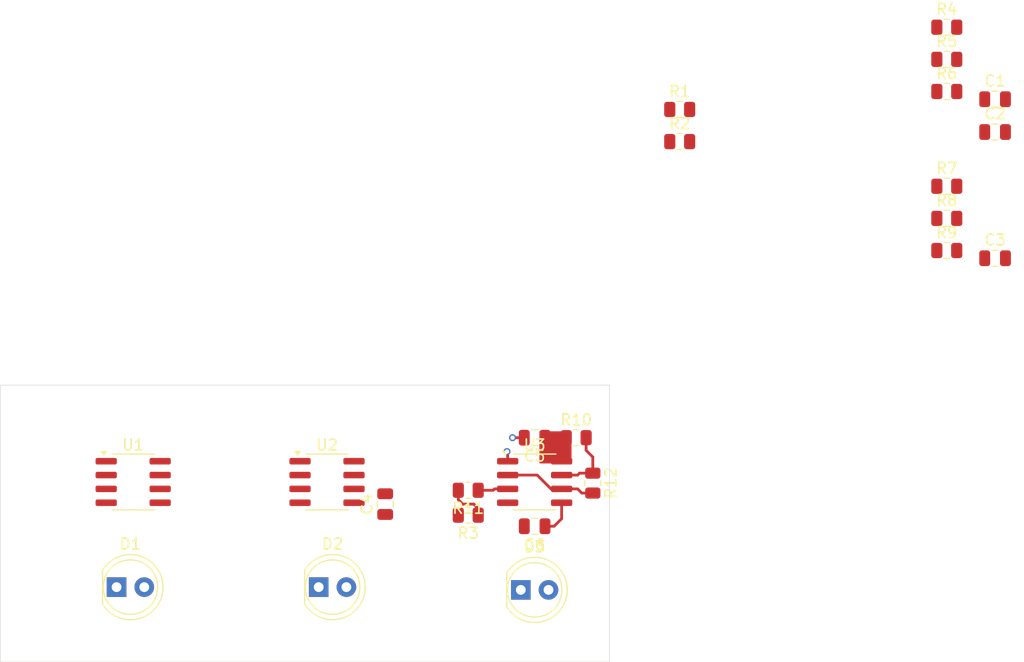
<source format=kicad_pcb>
(kicad_pcb (version 20240108) (generator "pcbnew") (generator_version "8.0")
  (title_block (title "Astable 555") (date "2024-10-23") (rev "1.0") (company "ArVi") (comment 1 "Designed By"))
  (layers (0 "F.Cu" mixed) (1 "In1.Cu" signal) (2 "In2.Cu" signal) (31 "B.Cu" mixed) (34 "B.Paste" user) (35 "F.Paste" user) (36 "B.SilkS" user "B.Silkscreen") (37 "F.SilkS" user "F.Silkscreen") (38 "B.Mask" user) (39 "F.Mask" user) (44 "Edge.Cuts" user))
  (net 0 "")
  (net 1 "+5V")
  (net 2 "GND")
  (net 3 "Net-(U1-CV)")
  (net 4 "Net-(U2-CV)")
  (net 5 "Net-(U3-CV)")
  (net 6 "Net-(D1-K)")
  (net 7 "Net-(D2-K)")
  (net 8 "Net-(D3-K)")
  (net 9 "/Channel 1/OUT1")
  (net 10 "/Channel 2/OUT2")
  (net 11 "/Channel 3/OUT3")
  (net 12 "Net-(U1-DIS)")
  (net 13 "Net-(U1-Q)")
  (net 14 "Net-(U1-THR)")
  (net 15 "Net-(U2-DIS)")
  (net 16 "Net-(U2-Q)")
  (net 17 "Net-(U2-THR)")
  (net 18 "Net-(U3-DIS)")
  (net 19 "Net-(U3-Q)")
  (net 20 "Net-(U3-THR)")
  (footprint "Resistor_SMD:R_0805_2012Metric" (layer "F.Cu") (at 225.547 106.426)
    (property "Reference" "R10" (at 0 -1.65 0) (layer "F.SilkS"))
    (property "Value" "10K")
    (fp_line (start -0.227064 -0.735) (end 0.227064 -0.735) (stroke (width 0.12)) (layer "F.SilkS"))
    (fp_line (start -0.227064 0.735) (end 0.227064 0.735) (stroke (width 0.12)) (layer "F.SilkS"))
    (pad "1" smd roundrect (at -0.9125 0) (size 1.025 1.4) (layers "F.Cu" "F.Paste" "F.Mask") (roundrect_rratio 0.243902) (net 1 "+5V"))
    (pad "2" smd roundrect (at 0.9125 0) (size 1.025 1.4) (layers "F.Cu" "F.Paste" "F.Mask") (roundrect_rratio 0.243902) (net 18 "Net-(U3-DIS)"))
  )
  (footprint "Resistor_SMD:R_0805_2012Metric" (layer "F.Cu") (at 235.042 79.244)
    (property "Reference" "R2" (at 0 -1.65 0) (layer "F.SilkS"))
    (property "Value" "10R")
    (fp_line (start -0.227064 -0.735) (end 0.227064 -0.735) (stroke (width 0.12)) (layer "F.SilkS"))
    (fp_line (start -0.227064 0.735) (end 0.227064 0.735) (stroke (width 0.12)) (layer "F.SilkS"))
    (pad "1" smd roundrect (at -0.9125 0) (size 1.025 1.4) (layers "F.Cu" "F.Paste" "F.Mask") (roundrect_rratio 0.243902) (net 10 "/Channel 2/OUT2"))
    (pad "2" smd roundrect (at 0.9125 0) (size 1.025 1.4) (layers "F.Cu" "F.Paste" "F.Mask") (roundrect_rratio 0.243902) (net 7 "Net-(D2-K)"))
  )
  (footprint "Resistor_SMD:R_0805_2012Metric" (layer "F.Cu") (at 259.542 89.244)
    (property "Reference" "R9" (at 0 -1.65 0) (layer "F.SilkS"))
    (property "Value" "1K")
    (fp_line (start -0.227064 -0.735) (end 0.227064 -0.735) (stroke (width 0.12)) (layer "F.SilkS"))
    (fp_line (start -0.227064 0.735) (end 0.227064 0.735) (stroke (width 0.12)) (layer "F.SilkS"))
    (pad "1" smd roundrect (at -0.9125 0) (size 1.025 1.4) (layers "F.Cu" "F.Paste" "F.Mask") (roundrect_rratio 0.243902) (net 15 "Net-(U2-DIS)"))
    (pad "2" smd roundrect (at 0.9125 0) (size 1.025 1.4) (layers "F.Cu" "F.Paste" "F.Mask") (roundrect_rratio 0.243902) (net 17 "Net-(U2-THR)"))
  )
  (footprint "LED_THT:LED_D5.0mm_IRGrey" (layer "F.Cu") (at 183.388 120.142)
    (property "Reference" "D1" (at 1.27 -3.96 0) (layer "F.SilkS"))
    (property "Value" "CQY99")
    (fp_line (start -1.29 -1.545) (end -1.29 1.545) (stroke (width 0.12)) (layer "F.SilkS"))
    (fp_arc (start -1.29 -1.54483) (mid 2.072002 -2.880433) (end 4.26 0.000462) (stroke (width 0.12)) (layer "F.SilkS"))
    (fp_arc (start 4.26 -0.000462) (mid 2.072002 2.880433) (end -1.29 1.54483) (stroke (width 0.12)) (layer "F.SilkS"))
    (fp_circle (center 1.27 0) (end 3.77 0) (stroke (width 0.12)) (fill none) (layer "F.SilkS"))
    (pad "1" thru_hole rect (at 0 0) (size 1.8 1.8) (drill 0.9) (layers "*.Cu" "*.Mask") (net 6 "Net-(D1-K)"))
    (pad "2" thru_hole circle (at 2.54 0) (size 1.8 1.8) (drill 0.9) (layers "*.Cu" "*.Mask") (net 1 "+5V"))
  )
  (footprint "Resistor_SMD:R_0805_2012Metric" (layer "F.Cu") (at 259.542 68.744)
    (property "Reference" "R4" (at 0 -1.65 0) (layer "F.SilkS"))
    (property "Value" "10K")
    (fp_line (start -0.227064 -0.735) (end 0.227064 -0.735) (stroke (width 0.12)) (layer "F.SilkS"))
    (fp_line (start -0.227064 0.735) (end 0.227064 0.735) (stroke (width 0.12)) (layer "F.SilkS"))
    (pad "1" smd roundrect (at -0.9125 0) (size 1.025 1.4) (layers "F.Cu" "F.Paste" "F.Mask") (roundrect_rratio 0.243902) (net 1 "+5V"))
    (pad "2" smd roundrect (at 0.9125 0) (size 1.025 1.4) (layers "F.Cu" "F.Paste" "F.Mask") (roundrect_rratio 0.243902) (net 12 "Net-(U1-DIS)"))
  )
  (footprint "Resistor_SMD:R_0805_2012Metric" (layer "F.Cu") (at 259.542 74.644)
    (property "Reference" "R6" (at 0 -1.65 0) (layer "F.SilkS"))
    (property "Value" "1K")
    (fp_line (start -0.227064 -0.735) (end 0.227064 -0.735) (stroke (width 0.12)) (layer "F.SilkS"))
    (fp_line (start -0.227064 0.735) (end 0.227064 0.735) (stroke (width 0.12)) (layer "F.SilkS"))
    (pad "1" smd roundrect (at -0.9125 0) (size 1.025 1.4) (layers "F.Cu" "F.Paste" "F.Mask") (roundrect_rratio 0.243902) (net 12 "Net-(U1-DIS)"))
    (pad "2" smd roundrect (at 0.9125 0) (size 1.025 1.4) (layers "F.Cu" "F.Paste" "F.Mask") (roundrect_rratio 0.243902) (net 14 "Net-(U1-THR)"))
  )
  (footprint "LED_THT:LED_D5.0mm_IRGrey" (layer "F.Cu") (at 220.467 120.396)
    (property "Reference" "D3" (at 1.27 -3.96 0) (layer "F.SilkS"))
    (property "Value" "CQY99")
    (fp_line (start -1.29 -1.545) (end -1.29 1.545) (stroke (width 0.12)) (layer "F.SilkS"))
    (fp_arc (start -1.29 -1.54483) (mid 2.072002 -2.880433) (end 4.26 0.000462) (stroke (width 0.12)) (layer "F.SilkS"))
    (fp_arc (start 4.26 -0.000462) (mid 2.072002 2.880433) (end -1.29 1.54483) (stroke (width 0.12)) (layer "F.SilkS"))
    (fp_circle (center 1.27 0) (end 3.77 0) (stroke (width 0.12)) (fill none) (layer "F.SilkS"))
    (pad "1" thru_hole rect (at 0 0) (size 1.8 1.8) (drill 0.9) (layers "*.Cu" "*.Mask") (net 8 "Net-(D3-K)"))
    (pad "2" thru_hole circle (at 2.54 0) (size 1.8 1.8) (drill 0.9) (layers "*.Cu" "*.Mask") (net 1 "+5V"))
  )
  (footprint "Package_SO:SOIC-8_3.9x4.9mm_P1.27mm" (layer "F.Cu") (at 221.737 110.49)
    (property "Reference" "U3" (at 0 -3.4 0) (layer "F.SilkS"))
    (property "Value" "NE555D")
    (fp_line (start 0 -2.56) (end -1.95 -2.56) (stroke (width 0.12)) (layer "F.SilkS"))
    (fp_line (start 0 -2.56) (end 1.95 -2.56) (stroke (width 0.12)) (layer "F.SilkS"))
    (fp_line (start 0 2.56) (end -1.95 2.56) (stroke (width 0.12)) (layer "F.SilkS"))
    (fp_line (start 0 2.56) (end 1.95 2.56) (stroke (width 0.12)) (layer "F.SilkS"))
    (fp_poly (pts (xy -2.7 -2.465) (xy -2.94 -2.795) (xy -2.46 -2.795) (xy -2.7 -2.465)) (stroke (width 0.12)) (fill solid) (layer "F.SilkS"))
    (pad "1" smd roundrect (at -2.475 -1.905) (size 1.95 0.6) (layers "F.Cu" "F.Paste" "F.Mask") (net 2 "GND"))
    (pad "2" smd roundrect (at -2.475 -0.635) (size 1.95 0.6) (layers "F.Cu" "F.Paste" "F.Mask") (net 20 "Net-(U3-THR)"))
    (pad "3" smd roundrect (at -2.475 0.635) (size 1.95 0.6) (layers "F.Cu" "F.Paste" "F.Mask") (net 19 "Net-(U3-Q)"))
    (pad "4" smd roundrect (at -2.475 1.905) (size 1.95 0.6) (layers "F.Cu" "F.Paste" "F.Mask") (net 1 "+5V"))
    (pad "5" smd roundrect (at 2.475 1.905) (size 1.95 0.6) (layers "F.Cu" "F.Paste" "F.Mask") (net 5 "Net-(U3-CV)"))
    (pad "6" smd roundrect (at 2.475 0.635) (size 1.95 0.6) (layers "F.Cu" "F.Paste" "F.Mask") (net 20 "Net-(U3-THR)"))
    (pad "7" smd roundrect (at 2.475 -0.635) (size 1.95 0.6) (layers "F.Cu" "F.Paste" "F.Mask") (net 18 "Net-(U3-DIS)"))
    (pad "8" smd roundrect (at 2.475 -1.905) (size 1.95 0.6) (layers "F.Cu" "F.Paste" "F.Mask") (net 1 "+5V"))
  )
  (footprint "Package_SO:SOIC-8_3.9x4.9mm_P1.27mm" (layer "F.Cu") (at 202.692 110.49)
    (property "Reference" "U2" (at 0 -3.4 0) (layer "F.SilkS"))
    (property "Value" "NE555D")
    (fp_line (start 0 -2.56) (end -1.95 -2.56) (stroke (width 0.12)) (layer "F.SilkS"))
    (fp_line (start 0 -2.56) (end 1.95 -2.56) (stroke (width 0.12)) (layer "F.SilkS"))
    (fp_line (start 0 2.56) (end -1.95 2.56) (stroke (width 0.12)) (layer "F.SilkS"))
    (fp_line (start 0 2.56) (end 1.95 2.56) (stroke (width 0.12)) (layer "F.SilkS"))
    (fp_poly (pts (xy -2.7 -2.465) (xy -2.94 -2.795) (xy -2.46 -2.795) (xy -2.7 -2.465)) (stroke (width 0.12)) (fill solid) (layer "F.SilkS"))
    (pad "1" smd roundrect (at -2.475 -1.905) (size 1.95 0.6) (layers "F.Cu" "F.Paste" "F.Mask") (net 2 "GND"))
    (pad "2" smd roundrect (at -2.475 -0.635) (size 1.95 0.6) (layers "F.Cu" "F.Paste" "F.Mask") (net 17 "Net-(U2-THR)"))
    (pad "3" smd roundrect (at -2.475 0.635) (size 1.95 0.6) (layers "F.Cu" "F.Paste" "F.Mask") (net 16 "Net-(U2-Q)"))
    (pad "4" smd roundrect (at -2.475 1.905) (size 1.95 0.6) (layers "F.Cu" "F.Paste" "F.Mask") (net 1 "+5V"))
    (pad "5" smd roundrect (at 2.475 1.905) (size 1.95 0.6) (layers "F.Cu" "F.Paste" "F.Mask") (net 4 "Net-(U2-CV)"))
    (pad "6" smd roundrect (at 2.475 0.635) (size 1.95 0.6) (layers "F.Cu" "F.Paste" "F.Mask") (net 17 "Net-(U2-THR)"))
    (pad "7" smd roundrect (at 2.475 -0.635) (size 1.95 0.6) (layers "F.Cu" "F.Paste" "F.Mask") (net 15 "Net-(U2-DIS)"))
    (pad "8" smd roundrect (at 2.475 -1.905) (size 1.95 0.6) (layers "F.Cu" "F.Paste" "F.Mask") (net 1 "+5V"))
  )
  (footprint "Capacitor_SMD:C_0805_2012Metric" (layer "F.Cu") (at 263.972 75.354)
    (property "Reference" "C1" (at 0 -1.68 0) (layer "F.SilkS"))
    (property "Value" "0.1uF")
    (fp_line (start -0.261252 -0.735) (end 0.261252 -0.735) (stroke (width 0.12)) (layer "F.SilkS"))
    (fp_line (start -0.261252 0.735) (end 0.261252 0.735) (stroke (width 0.12)) (layer "F.SilkS"))
    (pad "1" smd roundrect (at -0.95 0) (size 1 1.45) (layers "F.Cu" "F.Paste" "F.Mask") (net 1 "+5V"))
    (pad "2" smd roundrect (at 0.95 0) (size 1 1.45) (layers "F.Cu" "F.Paste" "F.Mask") (net 2 "GND"))
  )
  (footprint "Package_SO:SOIC-8_3.9x4.9mm_P1.27mm" (layer "F.Cu") (at 184.912 110.49)
    (property "Reference" "U1" (at 0 -3.4 0) (layer "F.SilkS"))
    (property "Value" "NE555D")
    (fp_line (start 0 -2.56) (end -1.95 -2.56) (stroke (width 0.12)) (layer "F.SilkS"))
    (fp_line (start 0 -2.56) (end 1.95 -2.56) (stroke (width 0.12)) (layer "F.SilkS"))
    (fp_line (start 0 2.56) (end -1.95 2.56) (stroke (width 0.12)) (layer "F.SilkS"))
    (fp_line (start 0 2.56) (end 1.95 2.56) (stroke (width 0.12)) (layer "F.SilkS"))
    (fp_poly (pts (xy -2.7 -2.465) (xy -2.94 -2.795) (xy -2.46 -2.795) (xy -2.7 -2.465)) (stroke (width 0.12)) (fill solid) (layer "F.SilkS"))
    (pad "1" smd roundrect (at -2.475 -1.905) (size 1.95 0.6) (layers "F.Cu" "F.Paste" "F.Mask") (net 2 "GND"))
    (pad "2" smd roundrect (at -2.475 -0.635) (size 1.95 0.6) (layers "F.Cu" "F.Paste" "F.Mask") (net 14 "Net-(U1-THR)"))
    (pad "3" smd roundrect (at -2.475 0.635) (size 1.95 0.6) (layers "F.Cu" "F.Paste" "F.Mask") (net 13 "Net-(U1-Q)"))
    (pad "4" smd roundrect (at -2.475 1.905) (size 1.95 0.6) (layers "F.Cu" "F.Paste" "F.Mask") (net 1 "+5V"))
    (pad "5" smd roundrect (at 2.475 1.905) (size 1.95 0.6) (layers "F.Cu" "F.Paste" "F.Mask") (net 3 "Net-(U1-CV)"))
    (pad "6" smd roundrect (at 2.475 0.635) (size 1.95 0.6) (layers "F.Cu" "F.Paste" "F.Mask") (net 14 "Net-(U1-THR)"))
    (pad "7" smd roundrect (at 2.475 -0.635) (size 1.95 0.6) (layers "F.Cu" "F.Paste" "F.Mask") (net 12 "Net-(U1-DIS)"))
    (pad "8" smd roundrect (at 2.475 -1.905) (size 1.95 0.6) (layers "F.Cu" "F.Paste" "F.Mask") (net 1 "+5V"))
  )
  (footprint "Resistor_SMD:R_0805_2012Metric" (layer "F.Cu") (at 215.646 113.538 180)
    (property "Reference" "R3" (at 0 -1.65 360) (layer "F.SilkS"))
    (property "Value" "10R")
    (fp_line (start -0.227064 0.735) (end 0.227064 0.735) (stroke (width 0.12)) (layer "F.SilkS"))
    (fp_line (start -0.227064 -0.735) (end 0.227064 -0.735) (stroke (width 0.12)) (layer "F.SilkS"))
    (pad "1" smd roundrect (at -0.9125 0 180) (size 1.025 1.4) (layers "F.Cu" "F.Paste" "F.Mask") (roundrect_rratio 0.243902) (net 11 "/Channel 3/OUT3"))
    (pad "2" smd roundrect (at 0.9125 0 180) (size 1.025 1.4) (layers "F.Cu" "F.Paste" "F.Mask") (roundrect_rratio 0.243902) (net 8 "Net-(D3-K)"))
  )
  (footprint "Resistor_SMD:R_0805_2012Metric" (layer "F.Cu") (at 235.042 76.294)
    (property "Reference" "R1" (at 0 -1.65 0) (layer "F.SilkS"))
    (property "Value" "10R")
    (fp_line (start -0.227064 -0.735) (end 0.227064 -0.735) (stroke (width 0.12)) (layer "F.SilkS"))
    (fp_line (start -0.227064 0.735) (end 0.227064 0.735) (stroke (width 0.12)) (layer "F.SilkS"))
    (pad "1" smd roundrect (at -0.9125 0) (size 1.025 1.4) (layers "F.Cu" "F.Paste" "F.Mask") (roundrect_rratio 0.243902) (net 9 "/Channel 1/OUT1"))
    (pad "2" smd roundrect (at 0.9125 0) (size 1.025 1.4) (layers "F.Cu" "F.Paste" "F.Mask") (roundrect_rratio 0.243902) (net 6 "Net-(D1-K)"))
  )
  (footprint "Capacitor_SMD:C_0805_2012Metric" (layer "F.Cu") (at 263.972 89.954)
    (property "Reference" "C3" (at 0 -1.68 0) (layer "F.SilkS"))
    (property "Value" "0.1uF")
    (fp_line (start -0.261252 -0.735) (end 0.261252 -0.735) (stroke (width 0.12)) (layer "F.SilkS"))
    (fp_line (start -0.261252 0.735) (end 0.261252 0.735) (stroke (width 0.12)) (layer "F.SilkS"))
    (pad "1" smd roundrect (at -0.95 0) (size 1 1.45) (layers "F.Cu" "F.Paste" "F.Mask") (net 1 "+5V"))
    (pad "2" smd roundrect (at 0.95 0) (size 1 1.45) (layers "F.Cu" "F.Paste" "F.Mask") (net 2 "GND"))
  )
  (footprint "Capacitor_SMD:C_0805_2012Metric" (layer "F.Cu") (at 221.737 106.426 180)
    (property "Reference" "C5" (at 0 -1.68 360) (layer "F.SilkS"))
    (property "Value" "0.1uF")
    (fp_line (start -0.261252 0.735) (end 0.261252 0.735) (stroke (width 0.12)) (layer "F.SilkS"))
    (fp_line (start -0.261252 -0.735) (end 0.261252 -0.735) (stroke (width 0.12)) (layer "F.SilkS"))
    (pad "1" smd roundrect (at -0.95 0 180) (size 1 1.45) (layers "F.Cu" "F.Paste" "F.Mask") (net 1 "+5V"))
    (pad "2" smd roundrect (at 0.95 0 180) (size 1 1.45) (layers "F.Cu" "F.Paste" "F.Mask") (net 2 "GND"))
  )
  (footprint "Resistor_SMD:R_0805_2012Metric" (layer "F.Cu") (at 215.646 111.252 180)
    (property "Reference" "R11" (at 0 -1.65 360) (layer "F.SilkS"))
    (property "Value" "330R")
    (fp_line (start -0.227064 0.735) (end 0.227064 0.735) (stroke (width 0.12)) (layer "F.SilkS"))
    (fp_line (start -0.227064 -0.735) (end 0.227064 -0.735) (stroke (width 0.12)) (layer "F.SilkS"))
    (pad "1" smd roundrect (at -0.9125 0 180) (size 1.025 1.4) (layers "F.Cu" "F.Paste" "F.Mask") (roundrect_rratio 0.243902) (net 19 "Net-(U3-Q)"))
    (pad "2" smd roundrect (at 0.9125 0 180) (size 1.025 1.4) (layers "F.Cu" "F.Paste" "F.Mask") (roundrect_rratio 0.243902) (net 11 "/Channel 3/OUT3"))
  )
  (footprint "Resistor_SMD:R_0805_2012Metric" (layer "F.Cu") (at 259.542 86.294)
    (property "Reference" "R8" (at 0 -1.65 0) (layer "F.SilkS"))
    (property "Value" "330R")
    (fp_line (start -0.227064 -0.735) (end 0.227064 -0.735) (stroke (width 0.12)) (layer "F.SilkS"))
    (fp_line (start -0.227064 0.735) (end 0.227064 0.735) (stroke (width 0.12)) (layer "F.SilkS"))
    (pad "1" smd roundrect (at -0.9125 0) (size 1.025 1.4) (layers "F.Cu" "F.Paste" "F.Mask") (roundrect_rratio 0.243902) (net 16 "Net-(U2-Q)"))
    (pad "2" smd roundrect (at 0.9125 0) (size 1.025 1.4) (layers "F.Cu" "F.Paste" "F.Mask") (roundrect_rratio 0.243902) (net 10 "/Channel 2/OUT2"))
  )
  (footprint "Capacitor_SMD:C_0805_2012Metric" (layer "F.Cu") (at 263.972 78.364)
    (property "Reference" "C2" (at 0 -1.68 0) (layer "F.SilkS"))
    (property "Value" "0.01uF")
    (fp_line (start -0.261252 -0.735) (end 0.261252 -0.735) (stroke (width 0.12)) (layer "F.SilkS"))
    (fp_line (start -0.261252 0.735) (end 0.261252 0.735) (stroke (width 0.12)) (layer "F.SilkS"))
    (pad "1" smd roundrect (at -0.95 0) (size 1 1.45) (layers "F.Cu" "F.Paste" "F.Mask") (net 3 "Net-(U1-CV)"))
    (pad "2" smd roundrect (at 0.95 0) (size 1 1.45) (layers "F.Cu" "F.Paste" "F.Mask") (net 2 "GND"))
  )
  (footprint "Capacitor_SMD:C_0805_2012Metric" (layer "F.Cu") (at 221.737 114.554 180)
    (property "Reference" "C6" (at 0 -1.68 360) (layer "F.SilkS"))
    (property "Value" "0.01uF")
    (fp_line (start -0.261252 0.735) (end 0.261252 0.735) (stroke (width 0.12)) (layer "F.SilkS"))
    (fp_line (start -0.261252 -0.735) (end 0.261252 -0.735) (stroke (width 0.12)) (layer "F.SilkS"))
    (pad "1" smd roundrect (at -0.95 0 180) (size 1 1.45) (layers "F.Cu" "F.Paste" "F.Mask") (net 5 "Net-(U3-CV)"))
    (pad "2" smd roundrect (at 0.95 0 180) (size 1 1.45) (layers "F.Cu" "F.Paste" "F.Mask") (net 2 "GND"))
  )
  (footprint "Resistor_SMD:R_0805_2012Metric" (layer "F.Cu") (at 227.071 110.5935 -90)
    (property "Reference" "R12" (at 0 -1.65 90) (layer "F.SilkS"))
    (property "Value" "1K")
    (fp_line (start -0.227064 0.735) (end 0.227064 0.735) (stroke (width 0.12)) (layer "F.SilkS"))
    (fp_line (start -0.227064 -0.735) (end 0.227064 -0.735) (stroke (width 0.12)) (layer "F.SilkS"))
    (pad "1" smd roundrect (at -0.9125 0 270) (size 1.025 1.4) (layers "F.Cu" "F.Paste" "F.Mask") (roundrect_rratio 0.243902) (net 18 "Net-(U3-DIS)"))
    (pad "2" smd roundrect (at 0.9125 0 270) (size 1.025 1.4) (layers "F.Cu" "F.Paste" "F.Mask") (roundrect_rratio 0.243902) (net 20 "Net-(U3-THR)"))
  )
  (footprint "Capacitor_SMD:C_0805_2012Metric" (layer "F.Cu") (at 208.026 112.522 90)
    (property "Reference" "C4" (at 0 -1.68 90) (layer "F.SilkS"))
    (property "Value" "0.01uF")
    (fp_line (start -0.261252 -0.735) (end 0.261252 -0.735) (stroke (width 0.12)) (layer "F.SilkS"))
    (fp_line (start -0.261252 0.735) (end 0.261252 0.735) (stroke (width 0.12)) (layer "F.SilkS"))
    (pad "1" smd roundrect (at -0.95 0 90) (size 1 1.45) (layers "F.Cu" "F.Paste" "F.Mask") (net 4 "Net-(U2-CV)"))
    (pad "2" smd roundrect (at 0.95 0 90) (size 1 1.45) (layers "F.Cu" "F.Paste" "F.Mask") (net 2 "GND"))
  )
  (footprint "LED_THT:LED_D5.0mm_IRGrey" (layer "F.Cu") (at 201.93 120.142)
    (property "Reference" "D2" (at 1.27 -3.96 0) (layer "F.SilkS"))
    (property "Value" "CQY99")
    (fp_line (start -1.29 -1.545) (end -1.29 1.545) (stroke (width 0.12)) (layer "F.SilkS"))
    (fp_arc (start -1.29 -1.54483) (mid 2.072002 -2.880433) (end 4.26 0.000462) (stroke (width 0.12)) (layer "F.SilkS"))
    (fp_arc (start 4.26 -0.000462) (mid 2.072002 2.880433) (end -1.29 1.54483) (stroke (width 0.12)) (layer "F.SilkS"))
    (fp_circle (center 1.27 0) (end 3.77 0) (stroke (width 0.12)) (fill none) (layer "F.SilkS"))
    (pad "1" thru_hole rect (at 0 0) (size 1.8 1.8) (drill 0.9) (layers "*.Cu" "*.Mask") (net 7 "Net-(D2-K)"))
    (pad "2" thru_hole circle (at 2.54 0) (size 1.8 1.8) (drill 0.9) (layers "*.Cu" "*.Mask") (net 1 "+5V"))
  )
  (footprint "Resistor_SMD:R_0805_2012Metric" (layer "F.Cu") (at 259.542 71.694)
    (property "Reference" "R5" (at 0 -1.65 0) (layer "F.SilkS"))
    (property "Value" "330R")
    (fp_line (start -0.227064 -0.735) (end 0.227064 -0.735) (stroke (width 0.12)) (layer "F.SilkS"))
    (fp_line (start -0.227064 0.735) (end 0.227064 0.735) (stroke (width 0.12)) (layer "F.SilkS"))
    (pad "1" smd roundrect (at -0.9125 0) (size 1.025 1.4) (layers "F.Cu" "F.Paste" "F.Mask") (roundrect_rratio 0.243902) (net 13 "Net-(U1-Q)"))
    (pad "2" smd roundrect (at 0.9125 0) (size 1.025 1.4) (layers "F.Cu" "F.Paste" "F.Mask") (roundrect_rratio 0.243902) (net 9 "/Channel 1/OUT1"))
  )
  (footprint "Resistor_SMD:R_0805_2012Metric" (layer "F.Cu") (at 259.542 83.344)
    (property "Reference" "R7" (at 0 -1.65 0) (layer "F.SilkS"))
    (property "Value" "10K")
    (fp_line (start -0.227064 -0.735) (end 0.227064 -0.735) (stroke (width 0.12)) (layer "F.SilkS"))
    (fp_line (start -0.227064 0.735) (end 0.227064 0.735) (stroke (width 0.12)) (layer "F.SilkS"))
    (pad "1" smd roundrect (at -0.9125 0) (size 1.025 1.4) (layers "F.Cu" "F.Paste" "F.Mask") (roundrect_rratio 0.243902) (net 1 "+5V"))
    (pad "2" smd roundrect (at 0.9125 0) (size 1.025 1.4) (layers "F.Cu" "F.Paste" "F.Mask") (roundrect_rratio 0.243902) (net 15 "Net-(U2-DIS)"))
  )
  (gr_rect (start 222.25 105.918) (end 225.044 108.712) (stroke (width 0.1524)) (fill solid) (layer "F.Cu") (net 1))
  (gr_rect (start 172.72 101.6) (end 228.6 127) (stroke (width 0.05)) (fill none) (layer "Edge.Cuts"))
  (segment (start 219.262 108.585) (end 219.262 107.756) (width 0.254) (layer "F.Cu") (net 2))
  (segment (start 219.262 108.585) (end 219.262 108.652) (width 0.254) (layer "F.Cu") (net 2))
  (segment (start 220.787 106.426) (end 219.71 106.426) (width 0.254) (layer "F.Cu") (net 2))
  (segment (start 219.262 108.652) (end 219.202 108.712) (width 0.254) (layer "F.Cu") (net 2))
  (segment (start 219.262 107.756) (end 219.202 107.696) (width 0.254) (layer "F.Cu") (net 2))
  (via (at 219.202 107.696) (size 0.635) (drill 0.381) (layers "F.Cu" "B.Cu") (net 2))
  (via (at 219.71 106.426) (size 0.635) (drill 0.381) (layers "F.Cu" "B.Cu") (net 2))
  (segment (start 222.687 114.554) (end 223.52 114.554) (width 0.254) (layer "F.Cu") (net 5))
  (segment (start 224.212 113.862) (end 224.212 112.395) (width 0.254) (layer "F.Cu") (net 5))
  (segment (start 223.52 114.554) (end 224.212 113.862) (width 0.254) (layer "F.Cu") (net 5))
  (segment (start 216.5585 112.9215) (end 216.159 112.522) (width 0.254) (layer "F.Cu") (net 11))
  (segment (start 215.143 112.522) (end 214.7335 112.1125) (width 0.254) (layer "F.Cu") (net 11))
  (segment (start 216.5585 113.538) (end 216.5585 112.9215) (width 0.254) (layer "F.Cu") (net 11))
  (segment (start 214.7335 112.1125) (end 214.7335 111.252) (width 0.254) (layer "F.Cu") (net 11))
  (segment (start 216.159 112.522) (end 215.143 112.522) (width 0.254) (layer "F.Cu") (net 11))
  (segment (start 224.212 109.912) (end 224.212 109.855) (width 0.254) (layer "F.Cu") (net 18))
  (segment (start 227.071 108.199) (end 227.071 109.681) (width 0.254) (layer "F.Cu") (net 18))
  (segment (start 226.4595 106.426) (end 226.4595 107.5875) (width 0.254) (layer "F.Cu") (net 18))
  (segment (start 224.212 109.855) (end 225.679 109.855) (width 0.254) (layer "F.Cu") (net 18))
  (segment (start 224.212 109.912) (end 224.282 109.982) (width 0.254) (layer "F.Cu") (net 18))
  (segment (start 225.853 109.681) (end 227.071 109.681) (width 0.254) (layer "F.Cu") (net 18))
  (segment (start 225.679 109.855) (end 225.853 109.681) (width 0.254) (layer "F.Cu") (net 18))
  (segment (start 226.4595 107.5875) (end 227.071 108.199) (width 0.254) (layer "F.Cu") (net 18))
  (segment (start 219.262 111.125) (end 218.059 111.125) (width 0.254) (layer "F.Cu") (net 19))
  (segment (start 216.5585 111.252) (end 217.932 111.252) (width 0.254) (layer "F.Cu") (net 19))
  (segment (start 217.932 111.252) (end 218.059 111.125) (width 0.254) (layer "F.Cu") (net 19))
  (segment (start 224.212 111.125) (end 223.237001 111.125) (width 0.254) (layer "F.Cu") (net 20))
  (segment (start 221.967001 109.855) (end 219.262 109.855) (width 0.254) (layer "F.Cu") (net 20))
  (segment (start 226.06 111.506) (end 227.071 111.506) (width 0.254) (layer "F.Cu") (net 20))
  (segment (start 224.212 111.125) (end 225.679 111.125) (width 0.254) (layer "F.Cu") (net 20))
  (segment (start 225.679 111.125) (end 226.06 111.506) (width 0.254) (layer "F.Cu") (net 20))
  (segment (start 223.237001 111.125) (end 221.967001 109.855) (width 0.254) (layer "F.Cu") (net 20))
)
</source>
